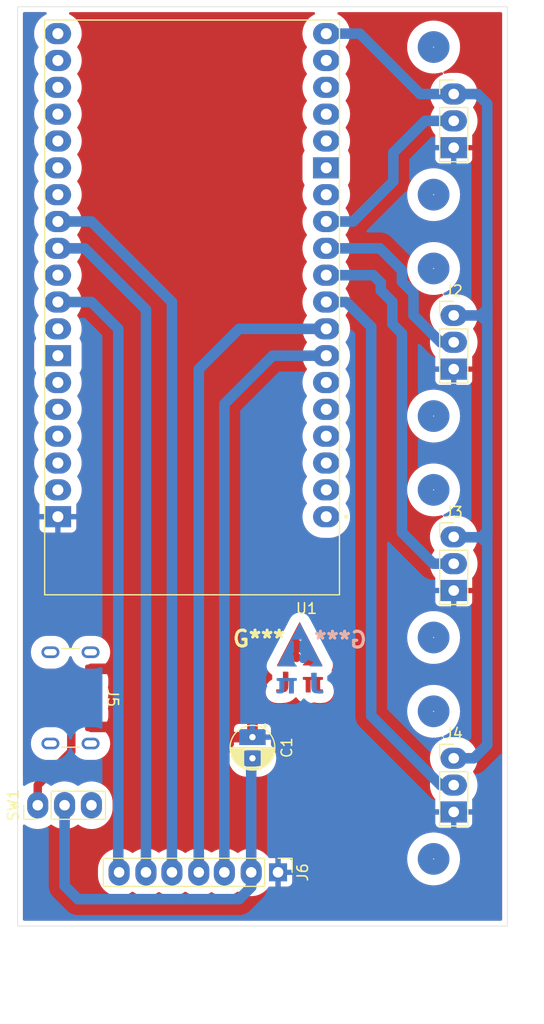
<source format=kicad_pcb>
(kicad_pcb (version 20240108) (generator "pcbnew") (generator_version "8.0")
  (layers (0 "F.Cu" signal) (31 "B.Cu" signal) (34 "B.Paste" user) (35 "F.Paste" user) (36 "B.SilkS" user "B.Silkscreen") (37 "F.SilkS" user "F.Silkscreen") (38 "B.Mask" user) (39 "F.Mask" user) (44 "Edge.Cuts" user))
  (net 0 "")
  (net 1 "+5V")
  (net 2 "Net-(J5-VBUS-PadA9)")
  (net 3 "GPIO_18")
  (net 33 "GND")
  (net 35 "GPIO_17")
  (net 36 "GPIO_26")
  (net 37 "GPIO_32")
  (net 38 "GPIO_16")
  (net 39 "GPIO_33")
  (net 40 "GPIO_14")
  (net 41 "GPIO_25")
  (net 42 "GPIO_27")
  (footprint "Connector_PinHeader_2.54mm:PinHeader_1x03_P2.54mm_Vertical" (layer "F.Cu") (at 232.41 36.195)
    (property "Reference" "J1" (hide yes))
    (property "Value" "Screw_Terminal_01x03")
  )
  (footprint "Connector_USB:USB_C_Receptacle_GCT_USB4125-xx-x_6P_TopMnt_Horizontal" (layer "F.Cu") (at 195.04 93.345 -90)
    (property "Reference" "J5")
    (property "Value" "USB_C_Receptacle_PowerOnly_6P")
  )
  (footprint "Huellas:PinHeader_1x03_P2.54mm_Vertical" (layer "F.Cu") (at 193.04 103.505 90)
    (property "Reference" "SW1")
    (property "Value" "SW_DIP_x01")
  )
  (footprint "Capacitor_THT:CP_Radial_D4.0mm_P2.00mm" (layer "F.Cu") (at 213.36 97.06 -90)
    (property "Reference" "C1")
    (property "Value" "C")
  )
  (footprint "Connector_PinHeader_2.54mm:PinHeader_1x03_P2.54mm_Vertical" (layer "F.Cu") (at 232.41 78.105)
    (property "Reference" "J3")
    (property "Value" "Screw_Terminal_01x03")
  )
  (footprint "Esp_32:MODULE_ESP32-DEVKITC-32D" (layer "F.Cu") (at 207.645 56.44 180)
    (property "Reference" "U1")
    (property "Value" "ESP32-DEVKITC-32D")
  )
  (footprint "Huellas:PinHeader_1x07_P2.54mm_Vertical" (layer "F.Cu") (at 202.24 114.855 -90)
    (property "Reference" "J6")
    (property "Value" "Screw_Terminal_01x07")
  )
  (footprint "Huellas:PinHeader_1x03_P2.54mm_Vertical" (layer "F.Cu") (at 232.41 99.06)
    (property "Reference" "J4")
    (property "Value" "Screw_Terminal_01x03")
  )
  (footprint "Logo:Logo_Cobre_4.8mm_7mm" (layer "F.Cu") (at 217.805 89.535)
    (property "Reference" "G***")
    (property "Value" "LOGO" (hide yes))
  )
  (footprint "Connector_PinHeader_2.54mm:PinHeader_1x03_P2.54mm_Vertical" (layer "F.Cu") (at 232.41 57.15)
    (property "Reference" "J2")
    (property "Value" "Screw_Terminal_01x03")
  )
  (footprint "Logo:Logo_Cobre_4.8mm_7mm" (layer "B.Cu") (at 217.874441 89.63608 180)
    (property "Reference" "G***")
    (property "Value" "LOGO" (hide yes))
  )
  (gr_rect (start 191.135 27.94) (end 237.49 114.935) (stroke (width 0.05)) (fill none) (layer "Edge.Cuts"))
  (via (at 230.505 66.675) (size 3) (drill 0.1) (layers "F.Cu" "B.Cu") (net 0))
  (via (at 230.505 45.72) (size 3) (drill 0.1) (layers "F.Cu" "B.Cu") (net 0))
  (via (at 230.505 73.66) (size 3) (drill 0.1) (layers "F.Cu" "B.Cu") (net 0))
  (via (at 230.505 94.615) (size 3) (drill 0.1) (layers "F.Cu" "B.Cu") (net 0))
  (via (at 230.505 52.705) (size 3) (drill 0.1) (layers "F.Cu" "B.Cu") (net 0))
  (via (at 230.505 108.585) (size 3) (drill 0.1) (layers "F.Cu" "B.Cu") (net 0))
  (via (at 230.505 87.63) (size 3) (drill 0.1) (layers "F.Cu" "B.Cu") (net 0))
  (via (at 230.505 31.75) (size 3) (drill 0.1) (layers "F.Cu" "B.Cu") (net 0))
  (segment (start 232.41 99.06) (end 234.315 99.06) (width 1) (layer "B.Cu") (net 0))
  (segment (start 235.585 37.12) (end 234.66 36.195) (width 1) (layer "B.Cu") (net 0))
  (segment (start 234.95 57.15) (end 235.585 57.785) (width 1) (layer "B.Cu") (net 0))
  (segment (start 235.585 77.55) (end 234.99 78.145) (width 1) (layer "B.Cu") (net 0))
  (segment (start 235.585 78.74) (end 234.99 78.145) (width 1) (layer "B.Cu") (net 0))
  (segment (start 234.99 78.145) (end 232.45 78.145) (width 1) (layer "B.Cu") (net 0))
  (segment (start 235.585 57.785) (end 235.585 57.15) (width 1) (layer "B.Cu") (net 0))
  (segment (start 235.585 56.515) (end 234.95 57.15) (width 1) (layer "B.Cu") (net 0))
  (segment (start 220.345 30.48) (end 223.52 30.48) (width 1) (layer "B.Cu") (net 0))
  (segment (start 234.95 57.15) (end 232.41 57.15) (width 1) (layer "B.Cu") (net 0))
  (segment (start 223.52 30.48) (end 229.235 36.195) (width 1) (layer "B.Cu") (net 0))
  (segment (start 234.315 99.06) (end 235.585 97.79) (width 1) (layer "B.Cu") (net 0))
  (segment (start 235.585 76.835) (end 235.585 77.55) (width 1) (layer "B.Cu") (net 0))
  (segment (start 229.235 36.195) (end 232.41 36.195) (width 1) (layer "B.Cu") (net 0))
  (segment (start 232.45 78.145) (end 232.41 78.105) (width 1) (layer "B.Cu") (net 0))
  (segment (start 235.585 57.15) (end 234.95 57.15) (width 1) (layer "B.Cu") (net 0))
  (segment (start 234.66 36.195) (end 232.41 36.195) (width 1) (layer "B.Cu") (net 0))
  (segment (start 235.585 56.515) (end 235.585 37.12) (width 1) (layer "B.Cu") (net 0))
  (segment (start 235.585 97.79) (end 235.585 76.835) (width 1) (layer "B.Cu") (net 0))
  (segment (start 235.585 76.835) (end 235.585 57.785) (width 1) (layer "B.Cu") (net 0))
  (segment (start 235.585 57.15) (end 235.585 56.515) (width 1) (layer "B.Cu") (net 0))
  (segment (start 212.09 112.395) (end 213.24 111.245) (width 1) (layer "B.Cu") (net 1))
  (segment (start 195.58 111.125) (end 196.85 112.395) (width 1) (layer "B.Cu") (net 1))
  (segment (start 195.58 103.505) (end 195.58 111.125) (width 1) (layer "B.Cu") (net 1))
  (segment (start 196.85 112.395) (end 212.09 112.395) (width 1) (layer "B.Cu") (net 1))
  (segment (start 213.24 111.245) (end 213.24 99.040548) (width 1) (layer "B.Cu") (net 1))
  (segment (start 213.24 99.040548) (end 213.258448 99.0221) (width 1) (layer "B.Cu") (net 1))
  (segment (start 196.215 94.615) (end 196.215 98.425) (width 0.8) (layer "F.Cu") (net 2))
  (segment (start 198.12 94.865) (end 196.465 94.865) (width 0.8) (layer "F.Cu") (net 2))
  (segment (start 196.215 98.425) (end 193.04 101.6) (width 0.8) (layer "F.Cu") (net 2))
  (segment (start 196.465 94.865) (end 196.215 94.615) (width 0.8) (layer "F.Cu") (net 2))
  (segment (start 196.215 94.615) (end 196.215 92.075) (width 0.8) (layer "F.Cu") (net 2))
  (segment (start 196.215 92.075) (end 196.465 91.825) (width 0.8) (layer "F.Cu") (net 2))
  (segment (start 193.04 101.6) (end 193.04 103.505) (width 0.8) (layer "F.Cu") (net 2))
  (segment (start 196.465 91.825) (end 198.12 91.825) (width 0.8) (layer "F.Cu") (net 2))
  (segment (start 198.12 55.88) (end 194.945 55.88) (width 1) (layer "B.Cu") (net 3))
  (segment (start 200.66 58.42) (end 198.12 55.88) (width 1) (layer "B.Cu") (net 3))
  (segment (start 200.74 109.855) (end 200.66 109.775) (width 1) (layer "B.Cu") (net 3))
  (segment (start 200.66 109.775) (end 200.66 58.42) (width 1) (layer "B.Cu") (net 3))
  (segment (start 205.645 97.06) (end 213.36 97.06) (width 1) (layer "F.Cu") (net 33))
  (segment (start 213.36 97.06) (end 213.36 92.71) (width 1) (layer "F.Cu") (net 33))
  (segment (start 213.36 92.71) (end 211.245 90.595) (width 1) (layer "F.Cu") (net 33))
  (segment (start 198.12 90.595) (end 211.245 90.595) (width 1) (layer "F.Cu") (net 33))
  (segment (start 198.12 96.095) (end 204.68 96.095) (width 1) (layer "F.Cu") (net 33))
  (segment (start 204.68 96.095) (end 205.645 97.06) (width 1) (layer "F.Cu") (net 33))
  (segment (start 203.28 109.855) (end 203.28 56.595) (width 1) (layer "B.Cu") (net 35))
  (segment (start 203.28 56.595) (end 197.485 50.8) (width 1) (layer "B.Cu") (net 35))
  (segment (start 197.485 50.8) (end 194.945 50.8) (width 1) (layer "B.Cu") (net 35))
  (segment (start 230.465 80.645) (end 232.41 80.645) (width 1) (layer "B.Cu") (net 36))
  (segment (start 227.505 77.685) (end 230.465 80.645) (width 1) (layer "B.Cu") (net 36))
  (segment (start 220.345 53.34) (end 224.79 53.34) (width 1) (layer "B.Cu") (net 36))
  (segment (start 225.505 54.776069) (end 226.6 55.871069) (width 1) (layer "B.Cu") (net 36))
  (segment (start 226.6 55.871069) (end 226.6 57.953961) (width 1) (layer "B.Cu") (net 36))
  (segment (start 225.505 54.055) (end 225.505 54.776069) (width 1) (layer "B.Cu") (net 36))
  (segment (start 224.79 53.34) (end 225.505 54.055) (width 1) (layer "B.Cu") (net 36))
  (segment (start 227.505 58.858962) (end 227.505 77.685) (width 1) (layer "B.Cu") (net 36))
  (segment (start 226.6 57.953961) (end 227.505 58.858962) (width 1) (layer "B.Cu") (net 36))
  (segment (start 215.265 60.96) (end 220.345 60.96) (width 1) (layer "B.Cu") (net 37))
  (segment (start 210.7 109.855) (end 210.7 65.525) (width 1) (layer "B.Cu") (net 37))
  (segment (start 210.7 65.525) (end 215.265 60.96) (width 1) (layer "B.Cu") (net 37))
  (segment (start 205.74 55.88) (end 198.12 48.26) (width 1) (layer "B.Cu") (net 38))
  (segment (start 205.74 109.855) (end 205.74 55.88) (width 1) (layer "B.Cu") (net 38))
  (segment (start 198.12 48.26) (end 194.945 48.26) (width 1) (layer "B.Cu") (net 38))
  (segment (start 208.28 109.855) (end 208.28 62.23) (width 1) (layer "B.Cu") (net 39))
  (segment (start 208.28 62.23) (end 212.09 58.42) (width 1) (layer "B.Cu") (net 39))
  (segment (start 212.09 58.42) (end 220.345 58.42) (width 1) (layer "B.Cu") (net 39))
  (segment (start 226.695 44.45) (end 222.885 48.26) (width 1) (layer "B.Cu") (net 40))
  (segment (start 232.41 38.735) (end 229.7 38.735) (width 1) (layer "B.Cu") (net 40))
  (segment (start 222.885 48.26) (end 220.345 48.26) (width 1) (layer "B.Cu") (net 40))
  (segment (start 226.695 41.74) (end 226.695 44.45) (width 1) (layer "B.Cu") (net 40))
  (segment (start 229.7 38.735) (end 226.695 41.74) (width 1) (layer "B.Cu") (net 40))
  (segment (start 224.6 95.035534) (end 231.164466 101.6) (width 1) (layer "B.Cu") (net 41))
  (segment (start 231.164466 101.6) (end 232.41 101.6) (width 1) (layer "B.Cu") (net 41))
  (segment (start 220.345 55.88) (end 222.25 55.88) (width 1) (layer "B.Cu") (net 41))
  (segment (start 222.25 55.88) (end 224.6 58.23) (width 1) (layer "B.Cu") (net 41))
  (segment (start 224.6 58.23) (end 224.6 95.035534) (width 1) (layer "B.Cu") (net 41))
  (segment (start 231.164466 59.69) (end 228.6 57.125534) (width 1) (layer "B.Cu") (net 42))
  (segment (start 228.6 57.125534) (end 228.6 55.042641) (width 1) (layer "B.Cu") (net 42))
  (segment (start 232.41 59.69) (end 231.164466 59.69) (width 1) (layer "B.Cu") (net 42))
  (segment (start 227.505 52.88) (end 225.425 50.8) (width 1) (layer "B.Cu") (net 42))
  (segment (start 225.425 50.8) (end 220.345 50.8) (width 1) (layer "B.Cu") (net 42))
  (segment (start 228.6 55.042641) (end 227.505 53.947641) (width 1) (layer "B.Cu") (net 42))
  (segment (start 227.505 53.947641) (end 227.505 52.88) (width 1) (layer "B.Cu") (net 42))
  (zone (net 33) (net_name "GND") (layer "F.Cu") (priority 1) (connect_pads (clearance 0.5)) (min_thickness 0.25) (fill yes (thermal_gap 0.5) (thermal_bridge_width 0.5))
    (polygon (pts (xy 237.49 27.94) (xy 191.135 27.94) (xy 191.135 114.935) (xy 237.49 114.935)))
  )
  (zone (net 33) (net_name "GND") (layer "B.Cu") (connect_pads (clearance 0.5)) (min_thickness 0.25) (fill yes (thermal_gap 0.5) (thermal_bridge_width 0.5))
    (polygon (pts (xy 237.49 27.94) (xy 191.135 27.94) (xy 191.135 114.935) (xy 237.49 114.935)))
  )
)
</source>
